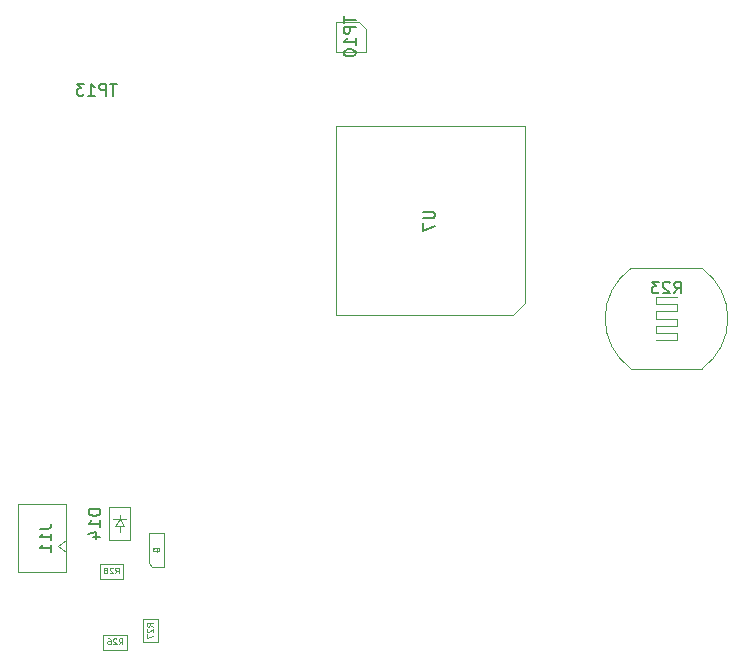
<source format=gbr>
G04 #@! TF.GenerationSoftware,KiCad,Pcbnew,(7.0.0)*
G04 #@! TF.CreationDate,2023-03-27T20:50:48+02:00*
G04 #@! TF.ProjectId,S3-27-epaper-touch,53332d32-372d-4657-9061-7065722d746f,rev?*
G04 #@! TF.SameCoordinates,Original*
G04 #@! TF.FileFunction,AssemblyDrawing,Bot*
%FSLAX46Y46*%
G04 Gerber Fmt 4.6, Leading zero omitted, Abs format (unit mm)*
G04 Created by KiCad (PCBNEW (7.0.0)) date 2023-03-27 20:50:48*
%MOMM*%
%LPD*%
G01*
G04 APERTURE LIST*
%ADD10C,0.050000*%
%ADD11C,0.080000*%
%ADD12C,0.150000*%
%ADD13C,0.100000*%
G04 APERTURE END LIST*
D10*
X121330476Y-116348038D02*
X121360952Y-116332800D01*
X121360952Y-116332800D02*
X121391428Y-116302323D01*
X121391428Y-116302323D02*
X121437142Y-116256609D01*
X121437142Y-116256609D02*
X121467619Y-116241371D01*
X121467619Y-116241371D02*
X121498095Y-116241371D01*
X121482857Y-116317561D02*
X121513333Y-116302323D01*
X121513333Y-116302323D02*
X121543809Y-116271847D01*
X121543809Y-116271847D02*
X121559047Y-116210895D01*
X121559047Y-116210895D02*
X121559047Y-116104228D01*
X121559047Y-116104228D02*
X121543809Y-116043276D01*
X121543809Y-116043276D02*
X121513333Y-116012800D01*
X121513333Y-116012800D02*
X121482857Y-115997561D01*
X121482857Y-115997561D02*
X121421904Y-115997561D01*
X121421904Y-115997561D02*
X121391428Y-116012800D01*
X121391428Y-116012800D02*
X121360952Y-116043276D01*
X121360952Y-116043276D02*
X121345714Y-116104228D01*
X121345714Y-116104228D02*
X121345714Y-116210895D01*
X121345714Y-116210895D02*
X121360952Y-116271847D01*
X121360952Y-116271847D02*
X121391428Y-116302323D01*
X121391428Y-116302323D02*
X121421904Y-116317561D01*
X121421904Y-116317561D02*
X121482857Y-116317561D01*
X121239047Y-115997561D02*
X121040952Y-115997561D01*
X121040952Y-115997561D02*
X121147619Y-116119466D01*
X121147619Y-116119466D02*
X121101904Y-116119466D01*
X121101904Y-116119466D02*
X121071428Y-116134704D01*
X121071428Y-116134704D02*
X121056190Y-116149942D01*
X121056190Y-116149942D02*
X121040952Y-116180419D01*
X121040952Y-116180419D02*
X121040952Y-116256609D01*
X121040952Y-116256609D02*
X121056190Y-116287085D01*
X121056190Y-116287085D02*
X121071428Y-116302323D01*
X121071428Y-116302323D02*
X121101904Y-116317561D01*
X121101904Y-116317561D02*
X121193333Y-116317561D01*
X121193333Y-116317561D02*
X121223809Y-116302323D01*
X121223809Y-116302323D02*
X121239047Y-116287085D01*
D11*
X117821428Y-118183690D02*
X117988094Y-117945595D01*
X118107142Y-118183690D02*
X118107142Y-117683690D01*
X118107142Y-117683690D02*
X117916666Y-117683690D01*
X117916666Y-117683690D02*
X117869047Y-117707500D01*
X117869047Y-117707500D02*
X117845237Y-117731309D01*
X117845237Y-117731309D02*
X117821428Y-117778928D01*
X117821428Y-117778928D02*
X117821428Y-117850357D01*
X117821428Y-117850357D02*
X117845237Y-117897976D01*
X117845237Y-117897976D02*
X117869047Y-117921785D01*
X117869047Y-117921785D02*
X117916666Y-117945595D01*
X117916666Y-117945595D02*
X118107142Y-117945595D01*
X117630951Y-117731309D02*
X117607142Y-117707500D01*
X117607142Y-117707500D02*
X117559523Y-117683690D01*
X117559523Y-117683690D02*
X117440475Y-117683690D01*
X117440475Y-117683690D02*
X117392856Y-117707500D01*
X117392856Y-117707500D02*
X117369047Y-117731309D01*
X117369047Y-117731309D02*
X117345237Y-117778928D01*
X117345237Y-117778928D02*
X117345237Y-117826547D01*
X117345237Y-117826547D02*
X117369047Y-117897976D01*
X117369047Y-117897976D02*
X117654761Y-118183690D01*
X117654761Y-118183690D02*
X117345237Y-118183690D01*
X117059523Y-117897976D02*
X117107142Y-117874166D01*
X117107142Y-117874166D02*
X117130952Y-117850357D01*
X117130952Y-117850357D02*
X117154761Y-117802738D01*
X117154761Y-117802738D02*
X117154761Y-117778928D01*
X117154761Y-117778928D02*
X117130952Y-117731309D01*
X117130952Y-117731309D02*
X117107142Y-117707500D01*
X117107142Y-117707500D02*
X117059523Y-117683690D01*
X117059523Y-117683690D02*
X116964285Y-117683690D01*
X116964285Y-117683690D02*
X116916666Y-117707500D01*
X116916666Y-117707500D02*
X116892857Y-117731309D01*
X116892857Y-117731309D02*
X116869047Y-117778928D01*
X116869047Y-117778928D02*
X116869047Y-117802738D01*
X116869047Y-117802738D02*
X116892857Y-117850357D01*
X116892857Y-117850357D02*
X116916666Y-117874166D01*
X116916666Y-117874166D02*
X116964285Y-117897976D01*
X116964285Y-117897976D02*
X117059523Y-117897976D01*
X117059523Y-117897976D02*
X117107142Y-117921785D01*
X117107142Y-117921785D02*
X117130952Y-117945595D01*
X117130952Y-117945595D02*
X117154761Y-117993214D01*
X117154761Y-117993214D02*
X117154761Y-118088452D01*
X117154761Y-118088452D02*
X117130952Y-118136071D01*
X117130952Y-118136071D02*
X117107142Y-118159880D01*
X117107142Y-118159880D02*
X117059523Y-118183690D01*
X117059523Y-118183690D02*
X116964285Y-118183690D01*
X116964285Y-118183690D02*
X116916666Y-118159880D01*
X116916666Y-118159880D02*
X116892857Y-118136071D01*
X116892857Y-118136071D02*
X116869047Y-118088452D01*
X116869047Y-118088452D02*
X116869047Y-117993214D01*
X116869047Y-117993214D02*
X116892857Y-117945595D01*
X116892857Y-117945595D02*
X116916666Y-117921785D01*
X116916666Y-117921785D02*
X116964285Y-117897976D01*
X118121428Y-124183690D02*
X118288094Y-123945595D01*
X118407142Y-124183690D02*
X118407142Y-123683690D01*
X118407142Y-123683690D02*
X118216666Y-123683690D01*
X118216666Y-123683690D02*
X118169047Y-123707500D01*
X118169047Y-123707500D02*
X118145237Y-123731309D01*
X118145237Y-123731309D02*
X118121428Y-123778928D01*
X118121428Y-123778928D02*
X118121428Y-123850357D01*
X118121428Y-123850357D02*
X118145237Y-123897976D01*
X118145237Y-123897976D02*
X118169047Y-123921785D01*
X118169047Y-123921785D02*
X118216666Y-123945595D01*
X118216666Y-123945595D02*
X118407142Y-123945595D01*
X117930951Y-123731309D02*
X117907142Y-123707500D01*
X117907142Y-123707500D02*
X117859523Y-123683690D01*
X117859523Y-123683690D02*
X117740475Y-123683690D01*
X117740475Y-123683690D02*
X117692856Y-123707500D01*
X117692856Y-123707500D02*
X117669047Y-123731309D01*
X117669047Y-123731309D02*
X117645237Y-123778928D01*
X117645237Y-123778928D02*
X117645237Y-123826547D01*
X117645237Y-123826547D02*
X117669047Y-123897976D01*
X117669047Y-123897976D02*
X117954761Y-124183690D01*
X117954761Y-124183690D02*
X117645237Y-124183690D01*
X117216666Y-123683690D02*
X117311904Y-123683690D01*
X117311904Y-123683690D02*
X117359523Y-123707500D01*
X117359523Y-123707500D02*
X117383333Y-123731309D01*
X117383333Y-123731309D02*
X117430952Y-123802738D01*
X117430952Y-123802738D02*
X117454761Y-123897976D01*
X117454761Y-123897976D02*
X117454761Y-124088452D01*
X117454761Y-124088452D02*
X117430952Y-124136071D01*
X117430952Y-124136071D02*
X117407142Y-124159880D01*
X117407142Y-124159880D02*
X117359523Y-124183690D01*
X117359523Y-124183690D02*
X117264285Y-124183690D01*
X117264285Y-124183690D02*
X117216666Y-124159880D01*
X117216666Y-124159880D02*
X117192857Y-124136071D01*
X117192857Y-124136071D02*
X117169047Y-124088452D01*
X117169047Y-124088452D02*
X117169047Y-123969404D01*
X117169047Y-123969404D02*
X117192857Y-123921785D01*
X117192857Y-123921785D02*
X117216666Y-123897976D01*
X117216666Y-123897976D02*
X117264285Y-123874166D01*
X117264285Y-123874166D02*
X117359523Y-123874166D01*
X117359523Y-123874166D02*
X117407142Y-123897976D01*
X117407142Y-123897976D02*
X117430952Y-123921785D01*
X117430952Y-123921785D02*
X117454761Y-123969404D01*
D12*
X116567380Y-112735714D02*
X115567380Y-112735714D01*
X115567380Y-112735714D02*
X115567380Y-112973809D01*
X115567380Y-112973809D02*
X115615000Y-113116666D01*
X115615000Y-113116666D02*
X115710238Y-113211904D01*
X115710238Y-113211904D02*
X115805476Y-113259523D01*
X115805476Y-113259523D02*
X115995952Y-113307142D01*
X115995952Y-113307142D02*
X116138809Y-113307142D01*
X116138809Y-113307142D02*
X116329285Y-113259523D01*
X116329285Y-113259523D02*
X116424523Y-113211904D01*
X116424523Y-113211904D02*
X116519761Y-113116666D01*
X116519761Y-113116666D02*
X116567380Y-112973809D01*
X116567380Y-112973809D02*
X116567380Y-112735714D01*
X116567380Y-114259523D02*
X116567380Y-113688095D01*
X116567380Y-113973809D02*
X115567380Y-113973809D01*
X115567380Y-113973809D02*
X115710238Y-113878571D01*
X115710238Y-113878571D02*
X115805476Y-113783333D01*
X115805476Y-113783333D02*
X115853095Y-113688095D01*
X115900714Y-115116666D02*
X116567380Y-115116666D01*
X115519761Y-114878571D02*
X116234047Y-114640476D01*
X116234047Y-114640476D02*
X116234047Y-115259523D01*
X137167380Y-71011905D02*
X137167380Y-71583333D01*
X138167380Y-71297619D02*
X137167380Y-71297619D01*
X138167380Y-71916667D02*
X137167380Y-71916667D01*
X137167380Y-71916667D02*
X137167380Y-72297619D01*
X137167380Y-72297619D02*
X137215000Y-72392857D01*
X137215000Y-72392857D02*
X137262619Y-72440476D01*
X137262619Y-72440476D02*
X137357857Y-72488095D01*
X137357857Y-72488095D02*
X137500714Y-72488095D01*
X137500714Y-72488095D02*
X137595952Y-72440476D01*
X137595952Y-72440476D02*
X137643571Y-72392857D01*
X137643571Y-72392857D02*
X137691190Y-72297619D01*
X137691190Y-72297619D02*
X137691190Y-71916667D01*
X138167380Y-73440476D02*
X138167380Y-72869048D01*
X138167380Y-73154762D02*
X137167380Y-73154762D01*
X137167380Y-73154762D02*
X137310238Y-73059524D01*
X137310238Y-73059524D02*
X137405476Y-72964286D01*
X137405476Y-72964286D02*
X137453095Y-72869048D01*
X137167380Y-74059524D02*
X137167380Y-74154762D01*
X137167380Y-74154762D02*
X137215000Y-74250000D01*
X137215000Y-74250000D02*
X137262619Y-74297619D01*
X137262619Y-74297619D02*
X137357857Y-74345238D01*
X137357857Y-74345238D02*
X137548333Y-74392857D01*
X137548333Y-74392857D02*
X137786428Y-74392857D01*
X137786428Y-74392857D02*
X137976904Y-74345238D01*
X137976904Y-74345238D02*
X138072142Y-74297619D01*
X138072142Y-74297619D02*
X138119761Y-74250000D01*
X138119761Y-74250000D02*
X138167380Y-74154762D01*
X138167380Y-74154762D02*
X138167380Y-74059524D01*
X138167380Y-74059524D02*
X138119761Y-73964286D01*
X138119761Y-73964286D02*
X138072142Y-73916667D01*
X138072142Y-73916667D02*
X137976904Y-73869048D01*
X137976904Y-73869048D02*
X137786428Y-73821429D01*
X137786428Y-73821429D02*
X137548333Y-73821429D01*
X137548333Y-73821429D02*
X137357857Y-73869048D01*
X137357857Y-73869048D02*
X137262619Y-73916667D01*
X137262619Y-73916667D02*
X137215000Y-73964286D01*
X137215000Y-73964286D02*
X137167380Y-74059524D01*
X165142857Y-94467380D02*
X165476190Y-93991190D01*
X165714285Y-94467380D02*
X165714285Y-93467380D01*
X165714285Y-93467380D02*
X165333333Y-93467380D01*
X165333333Y-93467380D02*
X165238095Y-93515000D01*
X165238095Y-93515000D02*
X165190476Y-93562619D01*
X165190476Y-93562619D02*
X165142857Y-93657857D01*
X165142857Y-93657857D02*
X165142857Y-93800714D01*
X165142857Y-93800714D02*
X165190476Y-93895952D01*
X165190476Y-93895952D02*
X165238095Y-93943571D01*
X165238095Y-93943571D02*
X165333333Y-93991190D01*
X165333333Y-93991190D02*
X165714285Y-93991190D01*
X164761904Y-93562619D02*
X164714285Y-93515000D01*
X164714285Y-93515000D02*
X164619047Y-93467380D01*
X164619047Y-93467380D02*
X164380952Y-93467380D01*
X164380952Y-93467380D02*
X164285714Y-93515000D01*
X164285714Y-93515000D02*
X164238095Y-93562619D01*
X164238095Y-93562619D02*
X164190476Y-93657857D01*
X164190476Y-93657857D02*
X164190476Y-93753095D01*
X164190476Y-93753095D02*
X164238095Y-93895952D01*
X164238095Y-93895952D02*
X164809523Y-94467380D01*
X164809523Y-94467380D02*
X164190476Y-94467380D01*
X163857142Y-93467380D02*
X163238095Y-93467380D01*
X163238095Y-93467380D02*
X163571428Y-93848333D01*
X163571428Y-93848333D02*
X163428571Y-93848333D01*
X163428571Y-93848333D02*
X163333333Y-93895952D01*
X163333333Y-93895952D02*
X163285714Y-93943571D01*
X163285714Y-93943571D02*
X163238095Y-94038809D01*
X163238095Y-94038809D02*
X163238095Y-94276904D01*
X163238095Y-94276904D02*
X163285714Y-94372142D01*
X163285714Y-94372142D02*
X163333333Y-94419761D01*
X163333333Y-94419761D02*
X163428571Y-94467380D01*
X163428571Y-94467380D02*
X163714285Y-94467380D01*
X163714285Y-94467380D02*
X163809523Y-94419761D01*
X163809523Y-94419761D02*
X163857142Y-94372142D01*
D11*
X120983690Y-122678571D02*
X120745595Y-122511905D01*
X120983690Y-122392857D02*
X120483690Y-122392857D01*
X120483690Y-122392857D02*
X120483690Y-122583333D01*
X120483690Y-122583333D02*
X120507500Y-122630952D01*
X120507500Y-122630952D02*
X120531309Y-122654762D01*
X120531309Y-122654762D02*
X120578928Y-122678571D01*
X120578928Y-122678571D02*
X120650357Y-122678571D01*
X120650357Y-122678571D02*
X120697976Y-122654762D01*
X120697976Y-122654762D02*
X120721785Y-122630952D01*
X120721785Y-122630952D02*
X120745595Y-122583333D01*
X120745595Y-122583333D02*
X120745595Y-122392857D01*
X120531309Y-122869048D02*
X120507500Y-122892857D01*
X120507500Y-122892857D02*
X120483690Y-122940476D01*
X120483690Y-122940476D02*
X120483690Y-123059524D01*
X120483690Y-123059524D02*
X120507500Y-123107143D01*
X120507500Y-123107143D02*
X120531309Y-123130952D01*
X120531309Y-123130952D02*
X120578928Y-123154762D01*
X120578928Y-123154762D02*
X120626547Y-123154762D01*
X120626547Y-123154762D02*
X120697976Y-123130952D01*
X120697976Y-123130952D02*
X120983690Y-122845238D01*
X120983690Y-122845238D02*
X120983690Y-123154762D01*
X120483690Y-123321428D02*
X120483690Y-123654761D01*
X120483690Y-123654761D02*
X120983690Y-123440476D01*
D12*
X117938094Y-76717380D02*
X117366666Y-76717380D01*
X117652380Y-77717380D02*
X117652380Y-76717380D01*
X117033332Y-77717380D02*
X117033332Y-76717380D01*
X117033332Y-76717380D02*
X116652380Y-76717380D01*
X116652380Y-76717380D02*
X116557142Y-76765000D01*
X116557142Y-76765000D02*
X116509523Y-76812619D01*
X116509523Y-76812619D02*
X116461904Y-76907857D01*
X116461904Y-76907857D02*
X116461904Y-77050714D01*
X116461904Y-77050714D02*
X116509523Y-77145952D01*
X116509523Y-77145952D02*
X116557142Y-77193571D01*
X116557142Y-77193571D02*
X116652380Y-77241190D01*
X116652380Y-77241190D02*
X117033332Y-77241190D01*
X115509523Y-77717380D02*
X116080951Y-77717380D01*
X115795237Y-77717380D02*
X115795237Y-76717380D01*
X115795237Y-76717380D02*
X115890475Y-76860238D01*
X115890475Y-76860238D02*
X115985713Y-76955476D01*
X115985713Y-76955476D02*
X116080951Y-77003095D01*
X115176189Y-76717380D02*
X114557142Y-76717380D01*
X114557142Y-76717380D02*
X114890475Y-77098333D01*
X114890475Y-77098333D02*
X114747618Y-77098333D01*
X114747618Y-77098333D02*
X114652380Y-77145952D01*
X114652380Y-77145952D02*
X114604761Y-77193571D01*
X114604761Y-77193571D02*
X114557142Y-77288809D01*
X114557142Y-77288809D02*
X114557142Y-77526904D01*
X114557142Y-77526904D02*
X114604761Y-77622142D01*
X114604761Y-77622142D02*
X114652380Y-77669761D01*
X114652380Y-77669761D02*
X114747618Y-77717380D01*
X114747618Y-77717380D02*
X115033332Y-77717380D01*
X115033332Y-77717380D02*
X115128570Y-77669761D01*
X115128570Y-77669761D02*
X115176189Y-77622142D01*
X111417380Y-114390476D02*
X112131666Y-114390476D01*
X112131666Y-114390476D02*
X112274523Y-114342857D01*
X112274523Y-114342857D02*
X112369761Y-114247619D01*
X112369761Y-114247619D02*
X112417380Y-114104762D01*
X112417380Y-114104762D02*
X112417380Y-114009524D01*
X112417380Y-115390476D02*
X112417380Y-114819048D01*
X112417380Y-115104762D02*
X111417380Y-115104762D01*
X111417380Y-115104762D02*
X111560238Y-115009524D01*
X111560238Y-115009524D02*
X111655476Y-114914286D01*
X111655476Y-114914286D02*
X111703095Y-114819048D01*
X112417380Y-116342857D02*
X112417380Y-115771429D01*
X112417380Y-116057143D02*
X111417380Y-116057143D01*
X111417380Y-116057143D02*
X111560238Y-115961905D01*
X111560238Y-115961905D02*
X111655476Y-115866667D01*
X111655476Y-115866667D02*
X111703095Y-115771429D01*
X143867380Y-87538095D02*
X144676904Y-87538095D01*
X144676904Y-87538095D02*
X144772142Y-87585714D01*
X144772142Y-87585714D02*
X144819761Y-87633333D01*
X144819761Y-87633333D02*
X144867380Y-87728571D01*
X144867380Y-87728571D02*
X144867380Y-87919047D01*
X144867380Y-87919047D02*
X144819761Y-88014285D01*
X144819761Y-88014285D02*
X144772142Y-88061904D01*
X144772142Y-88061904D02*
X144676904Y-88109523D01*
X144676904Y-88109523D02*
X143867380Y-88109523D01*
X143867380Y-88490476D02*
X143867380Y-89157142D01*
X143867380Y-89157142D02*
X144867380Y-88728571D01*
D13*
X120650000Y-114750000D02*
X120650000Y-117325000D01*
X120650000Y-117325000D02*
X120975000Y-117650000D01*
X120975000Y-117650000D02*
X121950000Y-117650000D01*
X121950000Y-114750000D02*
X120650000Y-114750000D01*
X121950000Y-117650000D02*
X121950000Y-114750000D01*
X118500000Y-118625000D02*
X118500000Y-117375000D01*
X118500000Y-117375000D02*
X116500000Y-117375000D01*
X116500000Y-118625000D02*
X118500000Y-118625000D01*
X116500000Y-117375000D02*
X116500000Y-118625000D01*
X118800000Y-124625000D02*
X118800000Y-123375000D01*
X118800000Y-123375000D02*
X116800000Y-123375000D01*
X116800000Y-124625000D02*
X118800000Y-124625000D01*
X116800000Y-123375000D02*
X116800000Y-124625000D01*
X119100000Y-112550000D02*
X117300000Y-112550000D01*
X117300000Y-112550000D02*
X117300000Y-115350000D01*
X118200000Y-113200000D02*
X118200000Y-113600000D01*
X118200000Y-113600000D02*
X118750000Y-113600000D01*
X118200000Y-113600000D02*
X117650000Y-113600000D01*
X118200000Y-113600000D02*
X117800000Y-114200000D01*
X118600000Y-114200000D02*
X118200000Y-113600000D01*
X118200000Y-114200000D02*
X118200000Y-114700000D01*
X117800000Y-114200000D02*
X118600000Y-114200000D01*
X119100000Y-115350000D02*
X119100000Y-112550000D01*
X117300000Y-115350000D02*
X119100000Y-115350000D01*
X139070000Y-74020000D02*
X139070000Y-72115000D01*
X139070000Y-72115000D02*
X138435000Y-71480000D01*
X138435000Y-71480000D02*
X136530000Y-71480000D01*
X136530000Y-74020000D02*
X139070000Y-74020000D01*
X136530000Y-71480000D02*
X136530000Y-74020000D01*
X167500000Y-92350000D02*
X161500000Y-92350000D01*
X165400000Y-98400000D02*
X163600000Y-98400000D01*
X165400000Y-97800000D02*
X165400000Y-98400000D01*
X165400000Y-97200000D02*
X163600000Y-97200000D01*
X165400000Y-96600000D02*
X165400000Y-97200000D01*
X165400000Y-96000000D02*
X163600000Y-96000000D01*
X165400000Y-95400000D02*
X165400000Y-96000000D01*
X165400000Y-94800000D02*
X163600000Y-94800000D01*
X163600000Y-97800000D02*
X165400000Y-97800000D01*
X163600000Y-97200000D02*
X163600000Y-97800000D01*
X163600000Y-96600000D02*
X165400000Y-96600000D01*
X163600000Y-96000000D02*
X163600000Y-96600000D01*
X163600000Y-95400000D02*
X165400000Y-95400000D01*
X163600000Y-94800000D02*
X163600000Y-95400000D01*
X161500000Y-100850000D02*
X167500000Y-100850000D01*
X167499999Y-100849999D02*
G75*
G03*
X167541749Y-92379780I-2999999J4249999D01*
G01*
X161500001Y-92350001D02*
G75*
G03*
X161458251Y-100820220I2999999J-4249999D01*
G01*
X120175000Y-124000000D02*
X121425000Y-124000000D01*
X121425000Y-124000000D02*
X121425000Y-122000000D01*
X120175000Y-122000000D02*
X120175000Y-124000000D01*
X121425000Y-122000000D02*
X120175000Y-122000000D01*
X109600000Y-118075000D02*
X109600000Y-112325000D01*
X113650000Y-118075000D02*
X109600000Y-118075000D01*
X113650000Y-118075000D02*
X113650000Y-112325000D01*
X113650000Y-116325000D02*
X112942893Y-115825000D01*
X112942893Y-115825000D02*
X113650000Y-115325000D01*
X113650000Y-112325000D02*
X109600000Y-112325000D01*
X136500000Y-96300000D02*
X151500000Y-96300000D01*
X136500000Y-96300000D02*
X136500000Y-80300000D01*
X152500000Y-95300000D02*
X151500000Y-96300000D01*
X152500000Y-95300000D02*
X152500000Y-80300000D01*
X136500000Y-80300000D02*
X152500000Y-80300000D01*
M02*

</source>
